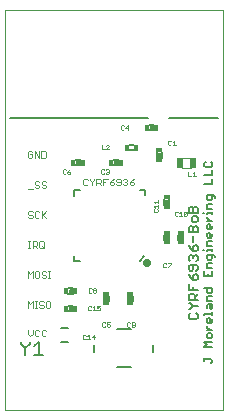
<source format=gto>
G75*
G70*
%OFA0B0*%
%FSLAX24Y24*%
%IPPOS*%
%LPD*%
%AMOC8*
5,1,8,0,0,1.08239X$1,22.5*
%
%ADD10C,0.0000*%
%ADD11C,0.0080*%
%ADD12C,0.0050*%
%ADD13C,0.0197*%
%ADD14C,0.0020*%
%ADD15C,0.0060*%
%ADD16C,0.0160*%
%ADD17R,0.0236X0.0118*%
%ADD18C,0.0010*%
%ADD19R,0.0118X0.0236*%
%ADD20C,0.0040*%
%ADD21R,0.0197X0.0374*%
D10*
X005233Y001710D02*
X005233Y015050D01*
X012483Y015050D01*
X012483Y001710D01*
X005233Y001710D01*
D11*
X008189Y003652D02*
X008189Y003888D01*
X008937Y004400D02*
X009410Y004400D01*
X010158Y003888D02*
X010158Y003652D01*
X009410Y003140D02*
X008937Y003140D01*
X009983Y011450D02*
X005383Y011450D01*
X010683Y011450D02*
X012333Y011450D01*
D12*
X012077Y009972D02*
X012118Y009931D01*
X012118Y009847D01*
X012077Y009806D01*
X011910Y009806D01*
X011868Y009847D01*
X011868Y009931D01*
X011910Y009972D01*
X012118Y009696D02*
X012118Y009529D01*
X011868Y009529D01*
X012118Y009420D02*
X012118Y009253D01*
X011868Y009253D01*
X011951Y008868D02*
X011951Y008742D01*
X011993Y008701D01*
X012077Y008701D01*
X012118Y008742D01*
X012118Y008868D01*
X012160Y008868D02*
X011951Y008868D01*
X012160Y008868D02*
X012202Y008826D01*
X012202Y008784D01*
X012118Y008591D02*
X011993Y008591D01*
X011951Y008550D01*
X011951Y008424D01*
X012118Y008424D01*
X012118Y008324D02*
X012118Y008240D01*
X012118Y008282D02*
X011951Y008282D01*
X011951Y008240D01*
X011868Y008282D02*
X011826Y008282D01*
X011951Y008135D02*
X011951Y008094D01*
X012035Y008010D01*
X012118Y008010D02*
X011951Y008010D01*
X011993Y007901D02*
X012035Y007901D01*
X012035Y007734D01*
X012077Y007734D02*
X011993Y007734D01*
X011951Y007776D01*
X011951Y007859D01*
X011993Y007901D01*
X012118Y007859D02*
X012118Y007776D01*
X012077Y007734D01*
X012035Y007624D02*
X012035Y007458D01*
X012077Y007458D02*
X011993Y007458D01*
X011951Y007499D01*
X011951Y007583D01*
X011993Y007624D01*
X012035Y007624D01*
X012118Y007583D02*
X012118Y007499D01*
X012077Y007458D01*
X012118Y007348D02*
X011993Y007348D01*
X011951Y007307D01*
X011951Y007181D01*
X012118Y007181D01*
X012118Y007081D02*
X012118Y006997D01*
X012118Y007039D02*
X011951Y007039D01*
X011951Y006997D01*
X011868Y007039D02*
X011826Y007039D01*
X011951Y006888D02*
X011951Y006763D01*
X011993Y006721D01*
X012077Y006721D01*
X012118Y006763D01*
X012118Y006888D01*
X012160Y006888D02*
X011951Y006888D01*
X012160Y006888D02*
X012202Y006846D01*
X012202Y006804D01*
X012118Y006612D02*
X011993Y006612D01*
X011951Y006570D01*
X011951Y006445D01*
X012118Y006445D01*
X012118Y006335D02*
X012118Y006169D01*
X011868Y006169D01*
X011868Y006335D01*
X011993Y006252D02*
X011993Y006169D01*
X011951Y005783D02*
X011951Y005658D01*
X011993Y005616D01*
X012077Y005616D01*
X012118Y005658D01*
X012118Y005783D01*
X011868Y005783D01*
X011638Y005708D02*
X011338Y005708D01*
X011338Y005908D01*
X011488Y005808D02*
X011488Y005708D01*
X011488Y005586D02*
X011388Y005586D01*
X011338Y005536D01*
X011338Y005386D01*
X011638Y005386D01*
X011538Y005386D02*
X011538Y005536D01*
X011488Y005586D01*
X011538Y005486D02*
X011638Y005586D01*
X011388Y005264D02*
X011338Y005264D01*
X011388Y005264D02*
X011488Y005164D01*
X011638Y005164D01*
X011488Y005164D02*
X011388Y005064D01*
X011338Y005064D01*
X011388Y004942D02*
X011338Y004891D01*
X011338Y004791D01*
X011388Y004741D01*
X011588Y004741D01*
X011638Y004791D01*
X011638Y004891D01*
X011588Y004942D01*
X011868Y004921D02*
X012118Y004921D01*
X012118Y004879D02*
X012118Y004963D01*
X012077Y005064D02*
X012035Y005105D01*
X012035Y005230D01*
X011993Y005230D02*
X012118Y005230D01*
X012118Y005105D01*
X012077Y005064D01*
X011951Y005105D02*
X011951Y005189D01*
X011993Y005230D01*
X011951Y005340D02*
X011951Y005465D01*
X011993Y005507D01*
X012118Y005507D01*
X012118Y005340D02*
X011951Y005340D01*
X011868Y004921D02*
X011868Y004879D01*
X011993Y004770D02*
X012035Y004770D01*
X012035Y004603D01*
X012077Y004603D02*
X011993Y004603D01*
X011951Y004645D01*
X011951Y004728D01*
X011993Y004770D01*
X012118Y004728D02*
X012118Y004645D01*
X012077Y004603D01*
X011951Y004498D02*
X011951Y004456D01*
X012035Y004373D01*
X012118Y004373D02*
X011951Y004373D01*
X011993Y004264D02*
X011951Y004222D01*
X011951Y004138D01*
X011993Y004097D01*
X012077Y004097D01*
X012118Y004138D01*
X012118Y004222D01*
X012077Y004264D01*
X011993Y004264D01*
X011868Y003987D02*
X012118Y003987D01*
X012118Y003821D02*
X011868Y003821D01*
X011951Y003904D01*
X011868Y003987D01*
X011868Y003435D02*
X011868Y003351D01*
X011868Y003393D02*
X012077Y003393D01*
X012118Y003351D01*
X012118Y003310D01*
X012077Y003268D01*
X011588Y006030D02*
X011488Y006030D01*
X011488Y006181D01*
X011538Y006231D01*
X011588Y006231D01*
X011638Y006181D01*
X011638Y006080D01*
X011588Y006030D01*
X011488Y006030D02*
X011388Y006131D01*
X011338Y006231D01*
X011388Y006353D02*
X011438Y006353D01*
X011488Y006403D01*
X011488Y006553D01*
X011388Y006553D02*
X011338Y006503D01*
X011338Y006403D01*
X011388Y006353D01*
X011388Y006553D02*
X011588Y006553D01*
X011638Y006503D01*
X011638Y006403D01*
X011588Y006353D01*
X011588Y006675D02*
X011638Y006725D01*
X011638Y006825D01*
X011588Y006875D01*
X011538Y006875D01*
X011488Y006825D01*
X011488Y006775D01*
X011488Y006825D02*
X011438Y006875D01*
X011388Y006875D01*
X011338Y006825D01*
X011338Y006725D01*
X011388Y006675D01*
X011488Y006997D02*
X011488Y007147D01*
X011538Y007197D01*
X011588Y007197D01*
X011638Y007147D01*
X011638Y007047D01*
X011588Y006997D01*
X011488Y006997D01*
X011388Y007097D01*
X011338Y007197D01*
X011488Y007320D02*
X011488Y007520D01*
X011488Y007642D02*
X011488Y007792D01*
X011538Y007842D01*
X011588Y007842D01*
X011638Y007792D01*
X011638Y007642D01*
X011338Y007642D01*
X011338Y007792D01*
X011388Y007842D01*
X011438Y007842D01*
X011488Y007792D01*
X011488Y007964D02*
X011588Y007964D01*
X011638Y008014D01*
X011638Y008114D01*
X011588Y008164D01*
X011488Y008164D01*
X011438Y008114D01*
X011438Y008014D01*
X011488Y007964D01*
X011488Y008286D02*
X011488Y008436D01*
X011538Y008487D01*
X011588Y008487D01*
X011638Y008436D01*
X011638Y008286D01*
X011338Y008286D01*
X011338Y008436D01*
X011388Y008487D01*
X011438Y008487D01*
X011488Y008436D01*
X009883Y008880D02*
X009883Y009030D01*
X009733Y009030D01*
X009864Y006843D02*
X009711Y006689D01*
X007703Y006670D02*
X007522Y006670D01*
X007522Y006840D01*
X007522Y008850D02*
X007522Y009030D01*
X007703Y009030D01*
X006349Y003985D02*
X006349Y003535D01*
X006199Y003535D02*
X006499Y003535D01*
X006199Y003835D02*
X006349Y003985D01*
X006039Y003985D02*
X006039Y003910D01*
X005888Y003760D01*
X005888Y003535D01*
X005888Y003760D02*
X005738Y003910D01*
X005738Y003985D01*
D13*
X009914Y006600D02*
X009916Y006612D01*
X009921Y006623D01*
X009930Y006632D01*
X009941Y006637D01*
X009953Y006639D01*
X009965Y006637D01*
X009976Y006632D01*
X009985Y006623D01*
X009990Y006612D01*
X009992Y006600D01*
X009990Y006588D01*
X009985Y006577D01*
X009976Y006568D01*
X009965Y006563D01*
X009953Y006561D01*
X009941Y006563D01*
X009930Y006568D01*
X009921Y006577D01*
X009916Y006588D01*
X009914Y006600D01*
D14*
X009482Y009200D02*
X009409Y009200D01*
X009372Y009237D01*
X009372Y009310D01*
X009482Y009310D01*
X009519Y009273D01*
X009519Y009237D01*
X009482Y009200D01*
X009372Y009310D02*
X009446Y009383D01*
X009519Y009420D01*
X009298Y009383D02*
X009298Y009347D01*
X009261Y009310D01*
X009298Y009273D01*
X009298Y009237D01*
X009261Y009200D01*
X009188Y009200D01*
X009151Y009237D01*
X009077Y009237D02*
X009077Y009383D01*
X009040Y009420D01*
X008967Y009420D01*
X008930Y009383D01*
X008930Y009347D01*
X008967Y009310D01*
X009077Y009310D01*
X009077Y009237D02*
X009040Y009200D01*
X008967Y009200D01*
X008930Y009237D01*
X008856Y009237D02*
X008856Y009273D01*
X008819Y009310D01*
X008709Y009310D01*
X008709Y009237D01*
X008746Y009200D01*
X008819Y009200D01*
X008856Y009237D01*
X008783Y009383D02*
X008709Y009310D01*
X008783Y009383D02*
X008856Y009420D01*
X008635Y009420D02*
X008488Y009420D01*
X008488Y009200D01*
X008414Y009200D02*
X008341Y009273D01*
X008377Y009273D02*
X008267Y009273D01*
X008267Y009200D02*
X008267Y009420D01*
X008377Y009420D01*
X008414Y009383D01*
X008414Y009310D01*
X008377Y009273D01*
X008488Y009310D02*
X008562Y009310D01*
X008193Y009383D02*
X008193Y009420D01*
X008193Y009383D02*
X008120Y009310D01*
X008120Y009200D01*
X008120Y009310D02*
X008046Y009383D01*
X008046Y009420D01*
X007972Y009383D02*
X007935Y009420D01*
X007862Y009420D01*
X007825Y009383D01*
X007825Y009237D01*
X007862Y009200D01*
X007935Y009200D01*
X007972Y009237D01*
X009151Y009383D02*
X009188Y009420D01*
X009261Y009420D01*
X009298Y009383D01*
X009261Y009310D02*
X009225Y009310D01*
X006730Y006330D02*
X006656Y006330D01*
X006693Y006330D02*
X006693Y006110D01*
X006656Y006110D02*
X006730Y006110D01*
X006582Y006147D02*
X006545Y006110D01*
X006472Y006110D01*
X006435Y006147D01*
X006361Y006147D02*
X006361Y006293D01*
X006324Y006330D01*
X006251Y006330D01*
X006214Y006293D01*
X006214Y006147D01*
X006251Y006110D01*
X006324Y006110D01*
X006361Y006147D01*
X006435Y006257D02*
X006472Y006220D01*
X006545Y006220D01*
X006582Y006183D01*
X006582Y006147D01*
X006582Y006293D02*
X006545Y006330D01*
X006472Y006330D01*
X006435Y006293D01*
X006435Y006257D01*
X006140Y006330D02*
X006140Y006110D01*
X005993Y006110D02*
X005993Y006330D01*
X006067Y006257D01*
X006140Y006330D01*
X006141Y007110D02*
X006141Y007330D01*
X006251Y007330D01*
X006287Y007293D01*
X006287Y007220D01*
X006251Y007183D01*
X006141Y007183D01*
X006214Y007183D02*
X006287Y007110D01*
X006362Y007147D02*
X006362Y007293D01*
X006398Y007330D01*
X006472Y007330D01*
X006508Y007293D01*
X006508Y007147D01*
X006472Y007110D01*
X006398Y007110D01*
X006362Y007147D01*
X006435Y007183D02*
X006508Y007110D01*
X006067Y007110D02*
X005993Y007110D01*
X006030Y007110D02*
X006030Y007330D01*
X005993Y007330D02*
X006067Y007330D01*
X006103Y008110D02*
X006030Y008110D01*
X005993Y008147D01*
X006030Y008220D02*
X006103Y008220D01*
X006140Y008183D01*
X006140Y008147D01*
X006103Y008110D01*
X006214Y008147D02*
X006251Y008110D01*
X006324Y008110D01*
X006361Y008147D01*
X006435Y008183D02*
X006582Y008330D01*
X006435Y008330D02*
X006435Y008110D01*
X006472Y008220D02*
X006582Y008110D01*
X006361Y008293D02*
X006324Y008330D01*
X006251Y008330D01*
X006214Y008293D01*
X006214Y008147D01*
X006140Y008293D02*
X006103Y008330D01*
X006030Y008330D01*
X005993Y008293D01*
X005993Y008257D01*
X006030Y008220D01*
X005993Y009073D02*
X006140Y009073D01*
X006214Y009147D02*
X006251Y009110D01*
X006324Y009110D01*
X006361Y009147D01*
X006361Y009183D01*
X006324Y009220D01*
X006251Y009220D01*
X006214Y009257D01*
X006214Y009293D01*
X006251Y009330D01*
X006324Y009330D01*
X006361Y009293D01*
X006435Y009293D02*
X006435Y009257D01*
X006472Y009220D01*
X006545Y009220D01*
X006582Y009183D01*
X006582Y009147D01*
X006545Y009110D01*
X006472Y009110D01*
X006435Y009147D01*
X006435Y009293D02*
X006472Y009330D01*
X006545Y009330D01*
X006582Y009293D01*
X006535Y010120D02*
X006425Y010120D01*
X006425Y010340D01*
X006535Y010340D01*
X006572Y010303D01*
X006572Y010157D01*
X006535Y010120D01*
X006351Y010120D02*
X006351Y010340D01*
X006204Y010340D02*
X006204Y010120D01*
X006130Y010157D02*
X006130Y010230D01*
X006057Y010230D01*
X006130Y010157D02*
X006093Y010120D01*
X006020Y010120D01*
X005983Y010157D01*
X005983Y010303D01*
X006020Y010340D01*
X006093Y010340D01*
X006130Y010303D01*
X006204Y010340D02*
X006351Y010120D01*
X006398Y005330D02*
X006362Y005293D01*
X006362Y005257D01*
X006398Y005220D01*
X006472Y005220D01*
X006508Y005183D01*
X006508Y005147D01*
X006472Y005110D01*
X006398Y005110D01*
X006362Y005147D01*
X006288Y005110D02*
X006214Y005110D01*
X006251Y005110D02*
X006251Y005330D01*
X006214Y005330D02*
X006288Y005330D01*
X006398Y005330D02*
X006472Y005330D01*
X006508Y005293D01*
X006583Y005293D02*
X006583Y005147D01*
X006619Y005110D01*
X006693Y005110D01*
X006729Y005147D01*
X006729Y005293D01*
X006693Y005330D01*
X006619Y005330D01*
X006583Y005293D01*
X006140Y005330D02*
X006140Y005110D01*
X005993Y005110D02*
X005993Y005330D01*
X006067Y005257D01*
X006140Y005330D01*
X006140Y004380D02*
X006140Y004233D01*
X006067Y004160D01*
X005993Y004233D01*
X005993Y004380D01*
X006214Y004343D02*
X006214Y004197D01*
X006251Y004160D01*
X006324Y004160D01*
X006361Y004197D01*
X006435Y004197D02*
X006472Y004160D01*
X006545Y004160D01*
X006582Y004197D01*
X006582Y004343D02*
X006545Y004380D01*
X006472Y004380D01*
X006435Y004343D01*
X006435Y004197D01*
X006361Y004343D02*
X006324Y004380D01*
X006251Y004380D01*
X006214Y004343D01*
D15*
X007095Y004446D02*
X007331Y004446D01*
X007331Y003974D02*
X007095Y003974D01*
X007307Y005002D02*
X007500Y005002D01*
X007500Y005178D02*
X007307Y005178D01*
X007307Y005592D02*
X007500Y005592D01*
X007500Y005768D02*
X007307Y005768D01*
X008515Y005526D02*
X008515Y005334D01*
X008691Y005334D02*
X008691Y005526D01*
X009305Y005526D02*
X009305Y005334D01*
X009481Y005334D02*
X009481Y005526D01*
X010515Y007364D02*
X010515Y007556D01*
X010691Y007556D02*
X010691Y007364D01*
X010985Y007364D02*
X010985Y007556D01*
X011161Y007556D02*
X011161Y007364D01*
X010691Y008554D02*
X010691Y008746D01*
X010515Y008746D02*
X010515Y008554D01*
X010451Y010114D02*
X010451Y010306D01*
X010275Y010306D02*
X010275Y010114D01*
X010200Y011032D02*
X010007Y011032D01*
X010007Y011208D02*
X010200Y011208D01*
X009530Y010548D02*
X009337Y010548D01*
X009337Y010372D02*
X009530Y010372D01*
X009020Y010038D02*
X008827Y010038D01*
X008827Y009862D02*
X009020Y009862D01*
X007740Y009862D02*
X007547Y009862D01*
X007547Y010038D02*
X007740Y010038D01*
D16*
X007643Y009962D02*
X007643Y009938D01*
X008923Y009938D02*
X008923Y009962D01*
X010103Y011108D02*
X010103Y011132D01*
X010351Y010210D02*
X010375Y010210D01*
X010591Y008650D02*
X010615Y008650D01*
X010591Y007460D02*
X010615Y007460D01*
X011061Y007460D02*
X011085Y007460D01*
X009405Y005430D02*
X009381Y005430D01*
X008615Y005430D02*
X008591Y005430D01*
X007403Y005668D02*
X007403Y005692D01*
X007403Y005102D02*
X007403Y005078D01*
D17*
X008601Y005269D03*
X008601Y005589D03*
X009391Y005589D03*
X009391Y005269D03*
X010605Y007301D03*
X010605Y007621D03*
X011071Y007619D03*
X011071Y007299D03*
X010605Y008491D03*
X010605Y008811D03*
X010365Y010051D03*
X010365Y010371D03*
D18*
X010658Y010565D02*
X010683Y010540D01*
X010733Y010540D01*
X010758Y010565D01*
X010806Y010540D02*
X010906Y010540D01*
X010856Y010540D02*
X010856Y010690D01*
X010806Y010640D01*
X010758Y010665D02*
X010733Y010690D01*
X010683Y010690D01*
X010658Y010665D01*
X010658Y010565D01*
X011324Y009655D02*
X011324Y009505D01*
X011424Y009505D01*
X011471Y009505D02*
X011571Y009505D01*
X011521Y009505D02*
X011521Y009655D01*
X011471Y009605D01*
X011248Y008320D02*
X011273Y008295D01*
X011173Y008195D01*
X011198Y008170D01*
X011248Y008170D01*
X011273Y008195D01*
X011273Y008295D01*
X011248Y008320D02*
X011198Y008320D01*
X011173Y008295D01*
X011173Y008195D01*
X011126Y008170D02*
X011026Y008170D01*
X011076Y008170D02*
X011076Y008320D01*
X011026Y008270D01*
X010978Y008295D02*
X010953Y008320D01*
X010903Y008320D01*
X010878Y008295D01*
X010878Y008195D01*
X010903Y008170D01*
X010953Y008170D01*
X010978Y008195D01*
X010323Y008330D02*
X010323Y008380D01*
X010298Y008405D01*
X010323Y008452D02*
X010323Y008552D01*
X010323Y008600D02*
X010323Y008700D01*
X010323Y008650D02*
X010173Y008650D01*
X010223Y008600D01*
X010173Y008502D02*
X010323Y008502D01*
X010223Y008452D02*
X010173Y008502D01*
X010198Y008405D02*
X010173Y008380D01*
X010173Y008330D01*
X010198Y008305D01*
X010298Y008305D01*
X010323Y008330D01*
X010523Y006610D02*
X010498Y006585D01*
X010498Y006485D01*
X010523Y006460D01*
X010573Y006460D01*
X010598Y006485D01*
X010646Y006485D02*
X010746Y006585D01*
X010746Y006610D01*
X010646Y006610D01*
X010598Y006585D02*
X010573Y006610D01*
X010523Y006610D01*
X010646Y006485D02*
X010646Y006460D01*
X009511Y004630D02*
X009461Y004630D01*
X009436Y004605D01*
X009436Y004580D01*
X009461Y004555D01*
X009536Y004555D01*
X009536Y004505D02*
X009536Y004605D01*
X009511Y004630D01*
X009388Y004605D02*
X009363Y004630D01*
X009313Y004630D01*
X009288Y004605D01*
X009288Y004505D01*
X009313Y004480D01*
X009363Y004480D01*
X009388Y004505D01*
X009436Y004505D02*
X009461Y004480D01*
X009511Y004480D01*
X009536Y004505D01*
X008716Y004505D02*
X008691Y004480D01*
X008641Y004480D01*
X008616Y004505D01*
X008568Y004505D02*
X008543Y004480D01*
X008493Y004480D01*
X008468Y004505D01*
X008468Y004605D01*
X008493Y004630D01*
X008543Y004630D01*
X008568Y004605D01*
X008616Y004630D02*
X008616Y004555D01*
X008666Y004580D01*
X008691Y004580D01*
X008716Y004555D01*
X008716Y004505D01*
X008716Y004630D02*
X008616Y004630D01*
X008368Y005030D02*
X008318Y005030D01*
X008293Y005055D01*
X008293Y005105D02*
X008343Y005130D01*
X008368Y005130D01*
X008393Y005105D01*
X008393Y005055D01*
X008368Y005030D01*
X008293Y005105D02*
X008293Y005180D01*
X008393Y005180D01*
X008196Y005180D02*
X008196Y005030D01*
X008146Y005030D02*
X008246Y005030D01*
X008146Y005130D02*
X008196Y005180D01*
X008098Y005155D02*
X008073Y005180D01*
X008023Y005180D01*
X007998Y005155D01*
X007998Y005055D01*
X008023Y005030D01*
X008073Y005030D01*
X008098Y005055D01*
X008083Y005620D02*
X008033Y005620D01*
X008008Y005645D01*
X008008Y005745D01*
X008033Y005770D01*
X008083Y005770D01*
X008108Y005745D01*
X008156Y005745D02*
X008156Y005720D01*
X008181Y005695D01*
X008231Y005695D01*
X008256Y005670D01*
X008256Y005645D01*
X008231Y005620D01*
X008181Y005620D01*
X008156Y005645D01*
X008156Y005670D01*
X008181Y005695D01*
X008231Y005695D02*
X008256Y005720D01*
X008256Y005745D01*
X008231Y005770D01*
X008181Y005770D01*
X008156Y005745D01*
X008108Y005645D02*
X008083Y005620D01*
X008006Y004210D02*
X008006Y004060D01*
X007956Y004060D02*
X008056Y004060D01*
X008103Y004135D02*
X008203Y004135D01*
X008178Y004060D02*
X008178Y004210D01*
X008103Y004135D01*
X008006Y004210D02*
X007956Y004160D01*
X007908Y004185D02*
X007883Y004210D01*
X007833Y004210D01*
X007808Y004185D01*
X007808Y004085D01*
X007833Y004060D01*
X007883Y004060D01*
X007908Y004085D01*
X007371Y009580D02*
X007396Y009605D01*
X007396Y009630D01*
X007371Y009655D01*
X007296Y009655D01*
X007296Y009605D01*
X007321Y009580D01*
X007371Y009580D01*
X007296Y009655D02*
X007346Y009705D01*
X007396Y009730D01*
X007248Y009705D02*
X007223Y009730D01*
X007173Y009730D01*
X007148Y009705D01*
X007148Y009605D01*
X007173Y009580D01*
X007223Y009580D01*
X007248Y009605D01*
X008428Y009605D02*
X008453Y009580D01*
X008503Y009580D01*
X008528Y009605D01*
X008576Y009605D02*
X008601Y009580D01*
X008651Y009580D01*
X008676Y009605D01*
X008676Y009630D01*
X008651Y009655D01*
X008626Y009655D01*
X008651Y009655D02*
X008676Y009680D01*
X008676Y009705D01*
X008651Y009730D01*
X008601Y009730D01*
X008576Y009705D01*
X008528Y009705D02*
X008503Y009730D01*
X008453Y009730D01*
X008428Y009705D01*
X008428Y009605D01*
X008438Y010400D02*
X008538Y010400D01*
X008586Y010400D02*
X008686Y010500D01*
X008686Y010525D01*
X008661Y010550D01*
X008611Y010550D01*
X008586Y010525D01*
X008586Y010400D02*
X008686Y010400D01*
X008438Y010400D02*
X008438Y010550D01*
X009084Y011075D02*
X009109Y011050D01*
X009159Y011050D01*
X009184Y011075D01*
X009231Y011125D02*
X009331Y011125D01*
X009306Y011050D02*
X009306Y011200D01*
X009231Y011125D01*
X009184Y011175D02*
X009159Y011200D01*
X009109Y011200D01*
X009084Y011175D01*
X009084Y011075D01*
D19*
X009274Y010458D03*
X009594Y010458D03*
X009082Y009952D03*
X008762Y009952D03*
X007802Y009952D03*
X007482Y009952D03*
X009942Y011122D03*
X010262Y011122D03*
X007562Y005682D03*
X007242Y005682D03*
X007242Y005092D03*
X007562Y005092D03*
D20*
X011123Y009790D02*
X011403Y009790D01*
X011403Y010125D02*
X011123Y010125D01*
D21*
X011035Y009958D03*
X011495Y009958D03*
M02*

</source>
